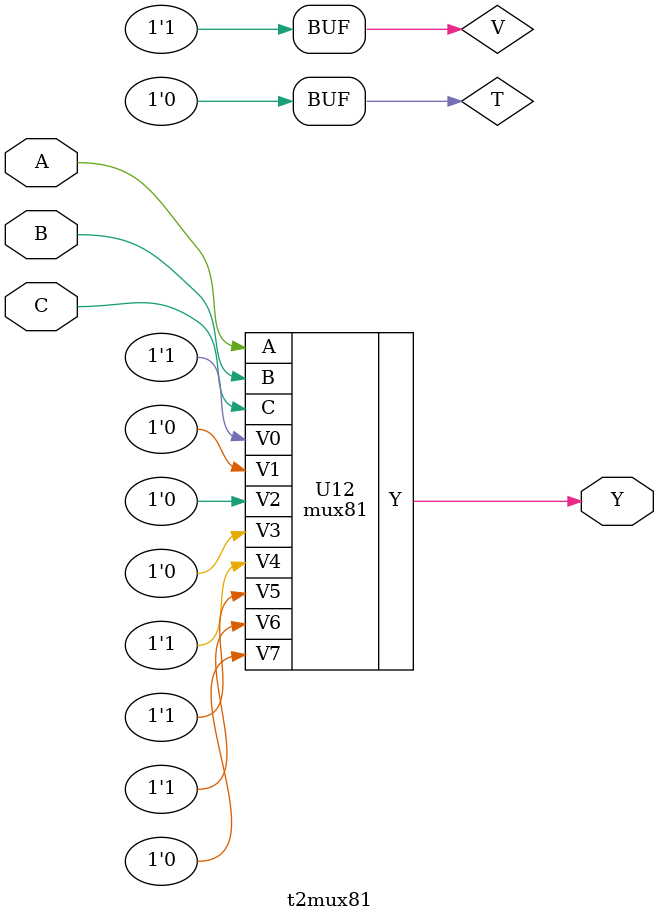
<source format=v>



module mux21(input V0, V1, A, output wire Y);

	assign Y = V0 ? V1 : V0; // Asigna a Y con una condición (?)

endmodule

//MUX 4:1
module mux41(input V0, V1, V2, V3, A, B, output wire Y);

	wire [1:0] Y1;
	mux21 U1(V0, V1, B, Y1[0]);
	mux21 U2(V2, V3, B, Y1[1]);
	mux21 U3(Y1[0], Y1[1] , A, Y);

endmodule


// MUX 8:1
module mux81(input V0, V1, V2, V3, V4, V5, V6, V7, A, B, C, output wire Y);

	wire [1:0] Y1;
	mux41 U4(V0, V1, V2, V3, C, B, Y1[0]);
	mux41 U5(V4, V5, V6, V7, C, B, Y1[1]);
	mux21 U6(Y1[0], Y1[1], A, Y);

endmodule


//MUX 2:1 – tabla1
module t1mux21(input wire A, B, C, output wire Y);

	mux21 U7(B^C, B~^C, A, Y);

endmodule


//MUX 4:1 – tabla1
module t1mux41(input wire A, B, C, output wire Y);

	mux41 U8(C, ~C, ~C, C, A, B, Y);

endmodule


//MUX 8:1 – tabla1
module t1mux81(input wire A, B, C, output wire Y);

	wire V, T; // VOLTAJE Y TIERRA
	assign V = 1;
	assign T = 0;
	mux81 U9(T, V, V, T, V, T, T, V, A, B, C, Y); //SEGÚN LA TABLA

endmodule


//MUX 2:1 - tabla2
module t2mux21(input wire A, B, C, output wire Y);

	mux21 U10(~(B|C), ~(B&C), A, Y);

endmodule


//MUX 4:1 – tabla2
module t2mux41(input wire A, B, C, output wire Y);

  wire V, T; // VOLTAJE Y TIERRA
  assign V = 1;
  assign T = 0;
	mux41 U11(V, T, V, ~C, A, B, Y);

endmodule


//MUX 8:1 – tabla2
module t2mux81(input wire A, B, C, output wire Y);

	wire V, T;  // VOLTAJE Y TIERRA
	assign V = 1;
	assign T = 0;
	mux81 U12(V, T, T, T, V, V, V, T, A, B, C, Y);

endmodule

</source>
